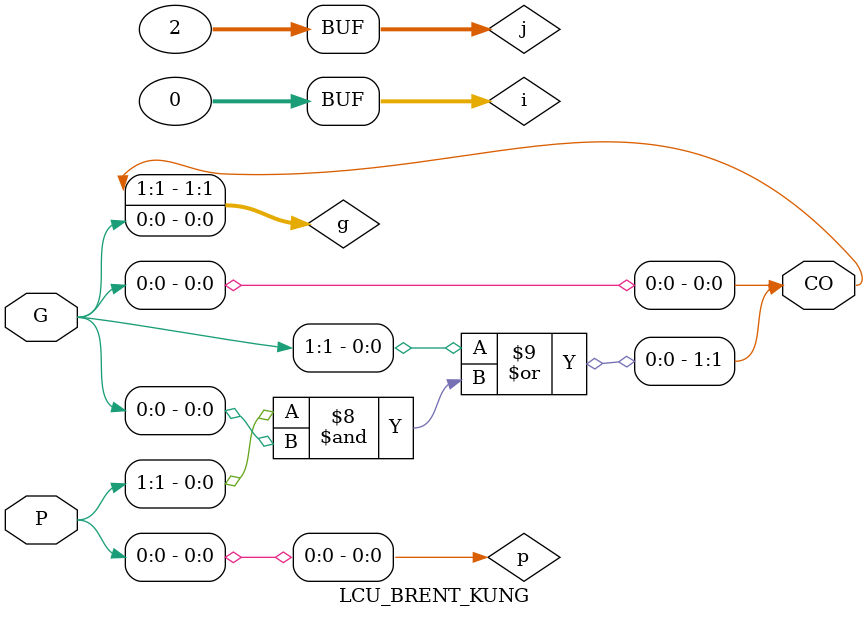
<source format=v>
(* export_name=$sformatf("LCU_%0d_KOGGE_STONE", WIDTH) *)
(* implements_operator=$sformatf("LCU_%0d", WIDTH) *)
module LCU_KOGGE_STONE(P, G, CO);
	parameter WIDTH = 2;

	(* force_downto *)
	input [WIDTH-1:0] P, G;

	(* force_downto *)
	output [WIDTH-1:0] CO;

	integer i, j;
	(* force_downto *)
	reg [WIDTH-1:0] p, g;

	wire [1023:0] _TECHMAP_DO_ = "proc; opt -fast";

	always @* begin
		p = P;
		g = G;

		for (i = 0; i < $clog2(WIDTH); i = i + 1) begin
			// iterate in reverse so we don't confuse a result from this stage and the previous
			for (j = WIDTH - 1; j >= 2**i; j = j - 1) begin
				g[j] = g[j] | p[j] & g[j - 2**i];
				p[j] = p[j] & p[j - 2**i];
			end
		end
	end

	assign CO = g;
endmodule

(* export_name=$sformatf("LCU_%0d_BRENT_KUNG", WIDTH) *)
(* implements_operator=$sformatf("LCU_%0d", WIDTH) *)
module LCU_BRENT_KUNG(P, G, CO);
	parameter WIDTH = 2;

	(* force_downto *)
	input [WIDTH-1:0] P, G;

	(* force_downto *)
	output [WIDTH-1:0] CO;

	integer i, j;
	(* force_downto *)
	reg [WIDTH-1:0] p, g;

	wire [1023:0] _TECHMAP_DO_ = "proc; opt -fast";

	always @* begin
		p = P;
		g = G;

		// [[CITE]] Brent Kung Adder
		// R. P. Brent and H. T. Kung, "A Regular Layout for Parallel Adders",
		// IEEE Transaction on Computers, Vol. C-31, No. 3, p. 260-264, March, 1982

		// Main tree
		for (i = 1; i <= $clog2(WIDTH); i = i+1) begin
			for (j = 2**i - 1; j < WIDTH; j = j + 2**i) begin
				g[j] = g[j] | p[j] & g[j - 2**(i-1)];
				p[j] = p[j] & p[j - 2**(i-1)];
			end
		end

		// Inverse tree
		for (i = $clog2(WIDTH); i > 0; i = i-1) begin
			for (j = 2**i + 2**(i-1) - 1; j < WIDTH; j = j + 2**i) begin
				g[j] = g[j] | p[j] & g[j - 2**(i-1)];
				p[j] = p[j] & p[j - 2**(i-1)];
			end
		end
	end

	assign CO = g;
endmodule

</source>
